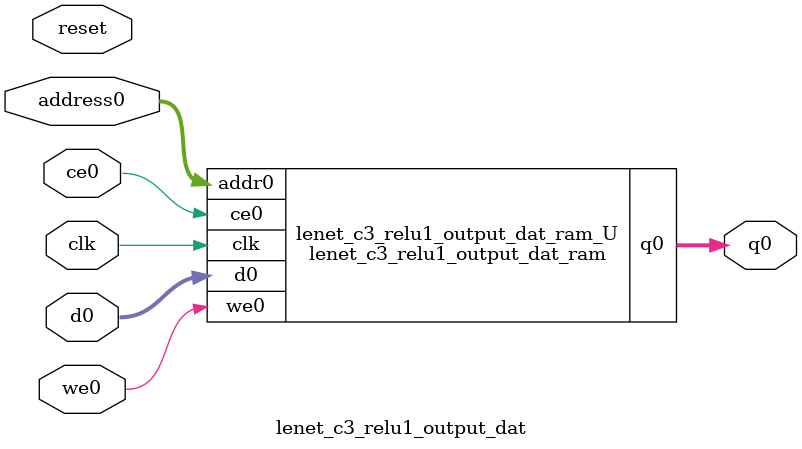
<source format=v>
`timescale 1 ns / 1 ps
module lenet_c3_relu1_output_dat_ram (addr0, ce0, d0, we0, q0,  clk);

parameter DWIDTH = 15;
parameter AWIDTH = 11;
parameter MEM_SIZE = 1600;

input[AWIDTH-1:0] addr0;
input ce0;
input[DWIDTH-1:0] d0;
input we0;
output reg[DWIDTH-1:0] q0;
input clk;

(* ram_style = "block" *)reg [DWIDTH-1:0] ram[0:MEM_SIZE-1];




always @(posedge clk)  
begin 
    if (ce0) 
    begin
        if (we0) 
        begin 
            ram[addr0] <= d0; 
        end 
        q0 <= ram[addr0];
    end
end


endmodule

`timescale 1 ns / 1 ps
module lenet_c3_relu1_output_dat(
    reset,
    clk,
    address0,
    ce0,
    we0,
    d0,
    q0);

parameter DataWidth = 32'd15;
parameter AddressRange = 32'd1600;
parameter AddressWidth = 32'd11;
input reset;
input clk;
input[AddressWidth - 1:0] address0;
input ce0;
input we0;
input[DataWidth - 1:0] d0;
output[DataWidth - 1:0] q0;



lenet_c3_relu1_output_dat_ram lenet_c3_relu1_output_dat_ram_U(
    .clk( clk ),
    .addr0( address0 ),
    .ce0( ce0 ),
    .we0( we0 ),
    .d0( d0 ),
    .q0( q0 ));

endmodule


</source>
